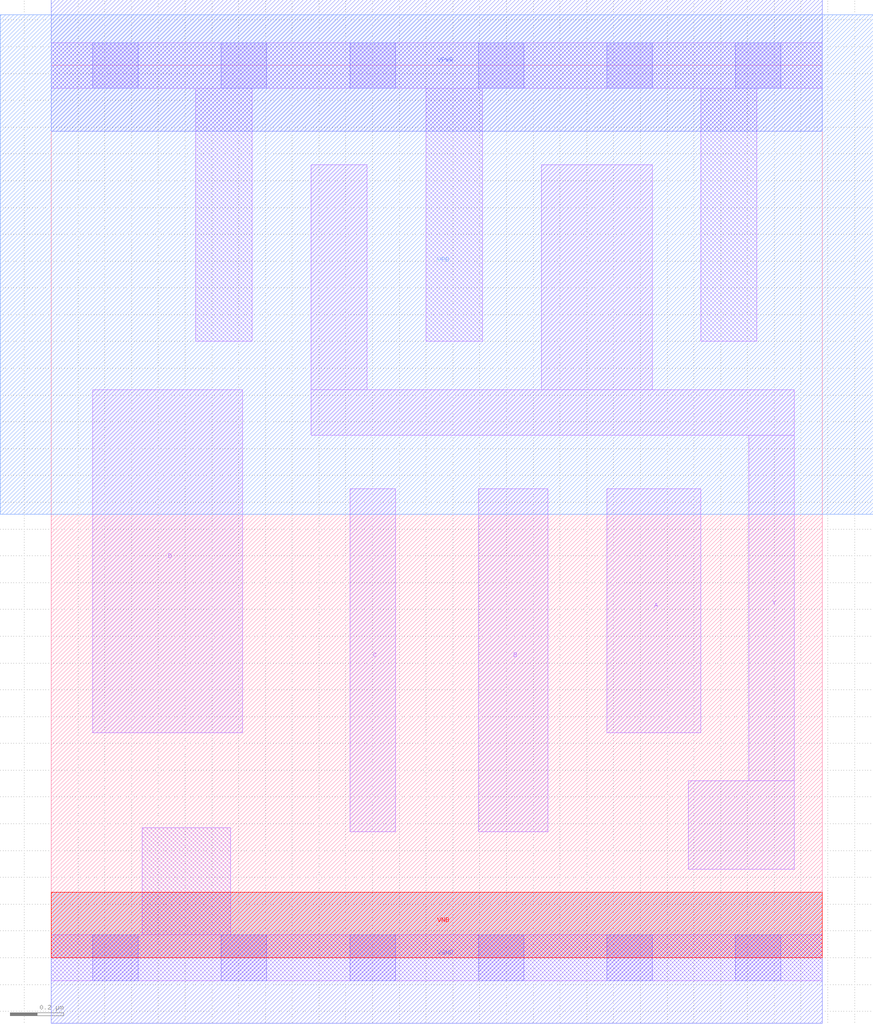
<source format=lef>
# Copyright 2020 The SkyWater PDK Authors
#
# Licensed under the Apache License, Version 2.0 (the "License");
# you may not use this file except in compliance with the License.
# You may obtain a copy of the License at
#
#     https://www.apache.org/licenses/LICENSE-2.0
#
# Unless required by applicable law or agreed to in writing, software
# distributed under the License is distributed on an "AS IS" BASIS,
# WITHOUT WARRANTIES OR CONDITIONS OF ANY KIND, either express or implied.
# See the License for the specific language governing permissions and
# limitations under the License.
#
# SPDX-License-Identifier: Apache-2.0

VERSION 5.7 ;
  NOWIREEXTENSIONATPIN ON ;
  DIVIDERCHAR "/" ;
  BUSBITCHARS "[]" ;
MACRO sky130_fd_sc_lp__nand4_m
  CLASS CORE ;
  FOREIGN sky130_fd_sc_lp__nand4_m ;
  ORIGIN  0.000000  0.000000 ;
  SIZE  2.880000 BY  3.330000 ;
  SYMMETRY X Y R90 ;
  SITE unit ;
  PIN A
    ANTENNAGATEAREA  0.126000 ;
    DIRECTION INPUT ;
    USE SIGNAL ;
    PORT
      LAYER li1 ;
        RECT 2.075000 0.840000 2.425000 1.750000 ;
    END
  END A
  PIN B
    ANTENNAGATEAREA  0.126000 ;
    DIRECTION INPUT ;
    USE SIGNAL ;
    PORT
      LAYER li1 ;
        RECT 1.595000 0.470000 1.855000 1.750000 ;
    END
  END B
  PIN C
    ANTENNAGATEAREA  0.126000 ;
    DIRECTION INPUT ;
    USE SIGNAL ;
    PORT
      LAYER li1 ;
        RECT 1.115000 0.470000 1.285000 1.750000 ;
    END
  END C
  PIN D
    ANTENNAGATEAREA  0.126000 ;
    DIRECTION INPUT ;
    USE SIGNAL ;
    PORT
      LAYER li1 ;
        RECT 0.155000 0.840000 0.715000 2.120000 ;
    END
  END D
  PIN Y
    ANTENNADIFFAREA  0.354900 ;
    DIRECTION OUTPUT ;
    USE SIGNAL ;
    PORT
      LAYER li1 ;
        RECT 0.970000 1.950000 2.775000 2.120000 ;
        RECT 0.970000 2.120000 1.180000 2.960000 ;
        RECT 1.830000 2.120000 2.245000 2.960000 ;
        RECT 2.380000 0.330000 2.775000 0.660000 ;
        RECT 2.605000 0.660000 2.775000 1.950000 ;
    END
  END Y
  PIN VGND
    DIRECTION INOUT ;
    USE GROUND ;
    PORT
      LAYER met1 ;
        RECT 0.000000 -0.245000 2.880000 0.245000 ;
    END
  END VGND
  PIN VNB
    DIRECTION INOUT ;
    USE GROUND ;
    PORT
      LAYER pwell ;
        RECT 0.000000 0.000000 2.880000 0.245000 ;
    END
  END VNB
  PIN VPB
    DIRECTION INOUT ;
    USE POWER ;
    PORT
      LAYER nwell ;
        RECT -0.190000 1.655000 3.070000 3.520000 ;
    END
  END VPB
  PIN VPWR
    DIRECTION INOUT ;
    USE POWER ;
    PORT
      LAYER met1 ;
        RECT 0.000000 3.085000 2.880000 3.575000 ;
    END
  END VPWR
  OBS
    LAYER li1 ;
      RECT 0.000000 -0.085000 2.880000 0.085000 ;
      RECT 0.000000  3.245000 2.880000 3.415000 ;
      RECT 0.340000  0.085000 0.670000 0.485000 ;
      RECT 0.540000  2.300000 0.750000 3.245000 ;
      RECT 1.400000  2.300000 1.610000 3.245000 ;
      RECT 2.425000  2.300000 2.635000 3.245000 ;
    LAYER mcon ;
      RECT 0.155000 -0.085000 0.325000 0.085000 ;
      RECT 0.155000  3.245000 0.325000 3.415000 ;
      RECT 0.635000 -0.085000 0.805000 0.085000 ;
      RECT 0.635000  3.245000 0.805000 3.415000 ;
      RECT 1.115000 -0.085000 1.285000 0.085000 ;
      RECT 1.115000  3.245000 1.285000 3.415000 ;
      RECT 1.595000 -0.085000 1.765000 0.085000 ;
      RECT 1.595000  3.245000 1.765000 3.415000 ;
      RECT 2.075000 -0.085000 2.245000 0.085000 ;
      RECT 2.075000  3.245000 2.245000 3.415000 ;
      RECT 2.555000 -0.085000 2.725000 0.085000 ;
      RECT 2.555000  3.245000 2.725000 3.415000 ;
  END
END sky130_fd_sc_lp__nand4_m
END LIBRARY

</source>
